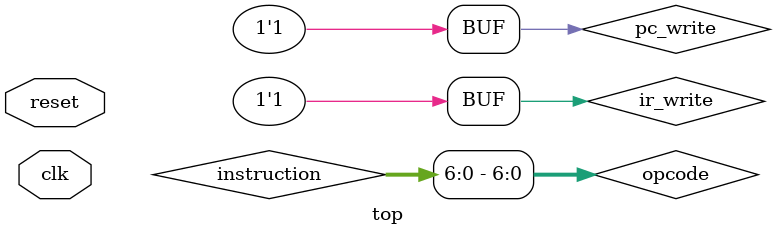
<source format=sv>
`include "miniproject04/components/program_counter.sv"
`include "miniproject04/components/pc_adder.sv"
`include "miniproject04/components/alu.sv"
`include "miniproject04/components/imm_gen.sv"
`include "miniproject04/components/instruction_decoder.sv"
`include "miniproject04/components/instruction_memory.sv"
`include "miniproject04/components/instruction_register.sv"
`include "miniproject04/components/memory.sv"
`include "miniproject04/components/mux_2x1.sv"
`include "miniproject04/components/mux_4x1.sv"
`include "miniproject04/components/register_file.sv"

module top (
  input  logic clk,
  input  logic reset
);

// === Program Counter and Control Signals ===
logic [31:0] pc;
logic [31:0] pc_next;
logic [31:0] pc_plus_4;
logic pc_write = 1'b1;
logic [31:0] mem_read_data;
logic [31:0] ra_mux_out;

// === Program Counter ===
program_counter pc_unit (
  .clk(clk),
  .rst(reset),
  .pc_write(pc_write),
  .next_pc(pc_next),
  .pc(pc)
);

// === PC Adder ===
pc_adder pc_incr (
  .pc(pc),
  .pc_plus_4(pc_plus_4)
);

// === Instruction Memory ===
logic [31:0] instruction_mem_data;

instruction_memory instruction_mem (
  .address(pc),
  .instruction(instruction_mem_data)
);

// === Instruction Register ===
logic [31:0] instruction;
logic ir_write = 1'b1;

instruction_register ir (
  .clk(clk),
  .reset(reset),
  .ir_write(ir_write),
  .instruction_in(instruction_mem_data),
  .instruction_out(instruction)
);

// === Instruction Decoder ===
logic [3:0]  alu_op;
logic reg_write, mem_read, mem_write, branch, jump;
logic [1:0]  alu_src, mem_to_reg;

instruction_decoder decoder (
  .instruction(instruction),
  .alu_op(alu_op),
  .reg_write(reg_write),
  .alu_src(alu_src),
  .mem_read(mem_read),
  .mem_write(mem_write),
  .mem_to_reg(mem_to_reg),
  .branch(branch),
  .jump(jump)
);

// === Immediate Generator ===
logic [31:0] imm_ext;
logic [6:0] opcode = instruction[6:0];

ImmGen immgen (
  .Opcode(opcode),
  .instruction(instruction),
  .ImmExt(imm_ext)
);

// === Register File ===
logic [31:0] rs1_data, rs2_data;
logic [31:0] rdv_mux_out;

register_file registers (
  .clk(clk),
  .reset(reset),
  .reg_write(reg_write),
  .rs1_addr(instruction[19:15]),
  .rs2_addr(instruction[24:20]),
  .rd_addr(instruction[11:7]),
  .rd_data(rdv_mux_out),
  .rs1_data(rs1_data),
  .rs2_data(rs2_data)
);

// === ALU ===
logic [31:0] alu_result;
logic zero_flag;
logic [31:0] op1_mux_out, op2_mux_out;

alu alu_unit (
  .a(op1_mux_out),
  .b(op2_mux_out),
  .alu_op(alu_op),
  .result(alu_result),
  .zero_flag(zero_flag)
);

// === Memory Unit ===
memory mem_unit (
  .clk(clk),
  .write_mem(mem_write),
  .funct3(instruction[14:12]),
  .write_address(alu_result),
  .write_data(rs2_data),
  .read_address(alu_result),
  .read_data(mem_read_data),
  .led(),
  .red(),
  .green(),
  .blue()
);

// === Multiplexers ===
mux_2x1 pc_mux (
  .in0(pc_plus_4),
  .in1(alu_result),
  .sel(jump),
  .out(pc_next)
);

mux_2x1 op1_mux (
  .in0(pc),
  .in1(rs1_data),
  .sel(alu_src[0]),
  .out(op1_mux_out)
);

mux_2x1 op2_mux (
  .in0(rs2_data),
  .in1(imm_ext),
  .sel(alu_src[1]),
  .out(op2_mux_out)
);

mux_4x1 rdv_mux (
  .in0(imm_ext),
  .in1(alu_result),
  .in2(pc_plus_4),
  .in3(mem_read_data),
  .sel(mem_to_reg),
  .out(rdv_mux_out)
);

endmodule

</source>
